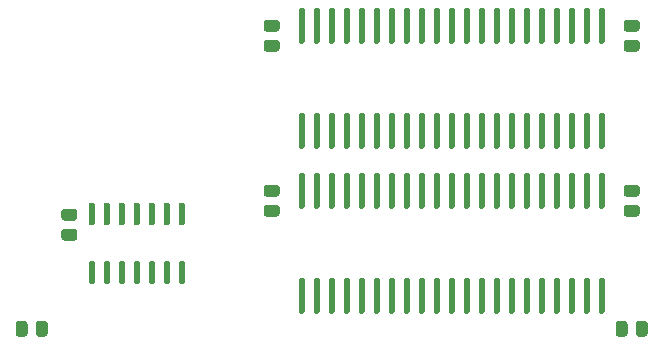
<source format=gtp>
G04 #@! TF.GenerationSoftware,KiCad,Pcbnew,(5.1.10-1-10_14)*
G04 #@! TF.CreationDate,2021-11-16T23:45:20-05:00*
G04 #@! TF.ProjectId,MacClassicRAMCard,4d616343-6c61-4737-9369-6352414d4361,rev?*
G04 #@! TF.SameCoordinates,Original*
G04 #@! TF.FileFunction,Paste,Top*
G04 #@! TF.FilePolarity,Positive*
%FSLAX46Y46*%
G04 Gerber Fmt 4.6, Leading zero omitted, Abs format (unit mm)*
G04 Created by KiCad (PCBNEW (5.1.10-1-10_14)) date 2021-11-16 23:45:20*
%MOMM*%
%LPD*%
G01*
G04 APERTURE LIST*
G04 APERTURE END LIST*
G36*
G01*
X115145000Y-109785000D02*
X115995000Y-109785000D01*
G75*
G02*
X116245000Y-110035000I0J-250000D01*
G01*
X116245000Y-110535000D01*
G75*
G02*
X115995000Y-110785000I-250000J0D01*
G01*
X115145000Y-110785000D01*
G75*
G02*
X114895000Y-110535000I0J250000D01*
G01*
X114895000Y-110035000D01*
G75*
G02*
X115145000Y-109785000I250000J0D01*
G01*
G37*
G36*
G01*
X115145000Y-108085000D02*
X115995000Y-108085000D01*
G75*
G02*
X116245000Y-108335000I0J-250000D01*
G01*
X116245000Y-108835000D01*
G75*
G02*
X115995000Y-109085000I-250000J0D01*
G01*
X115145000Y-109085000D01*
G75*
G02*
X114895000Y-108835000I0J250000D01*
G01*
X114895000Y-108335000D01*
G75*
G02*
X115145000Y-108085000I250000J0D01*
G01*
G37*
G36*
G01*
X146400000Y-120694000D02*
X146400000Y-119844000D01*
G75*
G02*
X146650000Y-119594000I250000J0D01*
G01*
X147150000Y-119594000D01*
G75*
G02*
X147400000Y-119844000I0J-250000D01*
G01*
X147400000Y-120694000D01*
G75*
G02*
X147150000Y-120944000I-250000J0D01*
G01*
X146650000Y-120944000D01*
G75*
G02*
X146400000Y-120694000I0J250000D01*
G01*
G37*
G36*
G01*
X144700000Y-120694000D02*
X144700000Y-119844000D01*
G75*
G02*
X144950000Y-119594000I250000J0D01*
G01*
X145450000Y-119594000D01*
G75*
G02*
X145700000Y-119844000I0J-250000D01*
G01*
X145700000Y-120694000D01*
G75*
G02*
X145450000Y-120944000I-250000J0D01*
G01*
X144950000Y-120944000D01*
G75*
G02*
X144700000Y-120694000I0J250000D01*
G01*
G37*
G36*
G01*
X145625000Y-95815000D02*
X146475000Y-95815000D01*
G75*
G02*
X146725000Y-96065000I0J-250000D01*
G01*
X146725000Y-96565000D01*
G75*
G02*
X146475000Y-96815000I-250000J0D01*
G01*
X145625000Y-96815000D01*
G75*
G02*
X145375000Y-96565000I0J250000D01*
G01*
X145375000Y-96065000D01*
G75*
G02*
X145625000Y-95815000I250000J0D01*
G01*
G37*
G36*
G01*
X145625000Y-94115000D02*
X146475000Y-94115000D01*
G75*
G02*
X146725000Y-94365000I0J-250000D01*
G01*
X146725000Y-94865000D01*
G75*
G02*
X146475000Y-95115000I-250000J0D01*
G01*
X145625000Y-95115000D01*
G75*
G02*
X145375000Y-94865000I0J250000D01*
G01*
X145375000Y-94365000D01*
G75*
G02*
X145625000Y-94115000I250000J0D01*
G01*
G37*
G36*
G01*
X115145000Y-95815000D02*
X115995000Y-95815000D01*
G75*
G02*
X116245000Y-96065000I0J-250000D01*
G01*
X116245000Y-96565000D01*
G75*
G02*
X115995000Y-96815000I-250000J0D01*
G01*
X115145000Y-96815000D01*
G75*
G02*
X114895000Y-96565000I0J250000D01*
G01*
X114895000Y-96065000D01*
G75*
G02*
X115145000Y-95815000I250000J0D01*
G01*
G37*
G36*
G01*
X115145000Y-94115000D02*
X115995000Y-94115000D01*
G75*
G02*
X116245000Y-94365000I0J-250000D01*
G01*
X116245000Y-94865000D01*
G75*
G02*
X115995000Y-95115000I-250000J0D01*
G01*
X115145000Y-95115000D01*
G75*
G02*
X114895000Y-94865000I0J250000D01*
G01*
X114895000Y-94365000D01*
G75*
G02*
X115145000Y-94115000I250000J0D01*
G01*
G37*
G36*
G01*
X145625000Y-108085000D02*
X146475000Y-108085000D01*
G75*
G02*
X146725000Y-108335000I0J-250000D01*
G01*
X146725000Y-108835000D01*
G75*
G02*
X146475000Y-109085000I-250000J0D01*
G01*
X145625000Y-109085000D01*
G75*
G02*
X145375000Y-108835000I0J250000D01*
G01*
X145375000Y-108335000D01*
G75*
G02*
X145625000Y-108085000I250000J0D01*
G01*
G37*
G36*
G01*
X145625000Y-109785000D02*
X146475000Y-109785000D01*
G75*
G02*
X146725000Y-110035000I0J-250000D01*
G01*
X146725000Y-110535000D01*
G75*
G02*
X146475000Y-110785000I-250000J0D01*
G01*
X145625000Y-110785000D01*
G75*
G02*
X145375000Y-110535000I0J250000D01*
G01*
X145375000Y-110035000D01*
G75*
G02*
X145625000Y-109785000I250000J0D01*
G01*
G37*
G36*
G01*
X98000000Y-110117000D02*
X98850000Y-110117000D01*
G75*
G02*
X99100000Y-110367000I0J-250000D01*
G01*
X99100000Y-110867000D01*
G75*
G02*
X98850000Y-111117000I-250000J0D01*
G01*
X98000000Y-111117000D01*
G75*
G02*
X97750000Y-110867000I0J250000D01*
G01*
X97750000Y-110367000D01*
G75*
G02*
X98000000Y-110117000I250000J0D01*
G01*
G37*
G36*
G01*
X98000000Y-111817000D02*
X98850000Y-111817000D01*
G75*
G02*
X99100000Y-112067000I0J-250000D01*
G01*
X99100000Y-112567000D01*
G75*
G02*
X98850000Y-112817000I-250000J0D01*
G01*
X98000000Y-112817000D01*
G75*
G02*
X97750000Y-112567000I0J250000D01*
G01*
X97750000Y-112067000D01*
G75*
G02*
X98000000Y-111817000I250000J0D01*
G01*
G37*
G36*
G01*
X100467500Y-111505000D02*
X100192500Y-111505000D01*
G75*
G02*
X100055000Y-111367500I0J137500D01*
G01*
X100055000Y-109742500D01*
G75*
G02*
X100192500Y-109605000I137500J0D01*
G01*
X100467500Y-109605000D01*
G75*
G02*
X100605000Y-109742500I0J-137500D01*
G01*
X100605000Y-111367500D01*
G75*
G02*
X100467500Y-111505000I-137500J0D01*
G01*
G37*
G36*
G01*
X108087500Y-116455000D02*
X107812500Y-116455000D01*
G75*
G02*
X107675000Y-116317500I0J137500D01*
G01*
X107675000Y-114692500D01*
G75*
G02*
X107812500Y-114555000I137500J0D01*
G01*
X108087500Y-114555000D01*
G75*
G02*
X108225000Y-114692500I0J-137500D01*
G01*
X108225000Y-116317500D01*
G75*
G02*
X108087500Y-116455000I-137500J0D01*
G01*
G37*
G36*
G01*
X103007500Y-111505000D02*
X102732500Y-111505000D01*
G75*
G02*
X102595000Y-111367500I0J137500D01*
G01*
X102595000Y-109742500D01*
G75*
G02*
X102732500Y-109605000I137500J0D01*
G01*
X103007500Y-109605000D01*
G75*
G02*
X103145000Y-109742500I0J-137500D01*
G01*
X103145000Y-111367500D01*
G75*
G02*
X103007500Y-111505000I-137500J0D01*
G01*
G37*
G36*
G01*
X108087500Y-111505000D02*
X107812500Y-111505000D01*
G75*
G02*
X107675000Y-111367500I0J137500D01*
G01*
X107675000Y-109742500D01*
G75*
G02*
X107812500Y-109605000I137500J0D01*
G01*
X108087500Y-109605000D01*
G75*
G02*
X108225000Y-109742500I0J-137500D01*
G01*
X108225000Y-111367500D01*
G75*
G02*
X108087500Y-111505000I-137500J0D01*
G01*
G37*
G36*
G01*
X101737500Y-111505000D02*
X101462500Y-111505000D01*
G75*
G02*
X101325000Y-111367500I0J137500D01*
G01*
X101325000Y-109742500D01*
G75*
G02*
X101462500Y-109605000I137500J0D01*
G01*
X101737500Y-109605000D01*
G75*
G02*
X101875000Y-109742500I0J-137500D01*
G01*
X101875000Y-111367500D01*
G75*
G02*
X101737500Y-111505000I-137500J0D01*
G01*
G37*
G36*
G01*
X106817500Y-116455000D02*
X106542500Y-116455000D01*
G75*
G02*
X106405000Y-116317500I0J137500D01*
G01*
X106405000Y-114692500D01*
G75*
G02*
X106542500Y-114555000I137500J0D01*
G01*
X106817500Y-114555000D01*
G75*
G02*
X106955000Y-114692500I0J-137500D01*
G01*
X106955000Y-116317500D01*
G75*
G02*
X106817500Y-116455000I-137500J0D01*
G01*
G37*
G36*
G01*
X106817500Y-111505000D02*
X106542500Y-111505000D01*
G75*
G02*
X106405000Y-111367500I0J137500D01*
G01*
X106405000Y-109742500D01*
G75*
G02*
X106542500Y-109605000I137500J0D01*
G01*
X106817500Y-109605000D01*
G75*
G02*
X106955000Y-109742500I0J-137500D01*
G01*
X106955000Y-111367500D01*
G75*
G02*
X106817500Y-111505000I-137500J0D01*
G01*
G37*
G36*
G01*
X105547500Y-111505000D02*
X105272500Y-111505000D01*
G75*
G02*
X105135000Y-111367500I0J137500D01*
G01*
X105135000Y-109742500D01*
G75*
G02*
X105272500Y-109605000I137500J0D01*
G01*
X105547500Y-109605000D01*
G75*
G02*
X105685000Y-109742500I0J-137500D01*
G01*
X105685000Y-111367500D01*
G75*
G02*
X105547500Y-111505000I-137500J0D01*
G01*
G37*
G36*
G01*
X104277500Y-111505000D02*
X104002500Y-111505000D01*
G75*
G02*
X103865000Y-111367500I0J137500D01*
G01*
X103865000Y-109742500D01*
G75*
G02*
X104002500Y-109605000I137500J0D01*
G01*
X104277500Y-109605000D01*
G75*
G02*
X104415000Y-109742500I0J-137500D01*
G01*
X104415000Y-111367500D01*
G75*
G02*
X104277500Y-111505000I-137500J0D01*
G01*
G37*
G36*
G01*
X101737500Y-116455000D02*
X101462500Y-116455000D01*
G75*
G02*
X101325000Y-116317500I0J137500D01*
G01*
X101325000Y-114692500D01*
G75*
G02*
X101462500Y-114555000I137500J0D01*
G01*
X101737500Y-114555000D01*
G75*
G02*
X101875000Y-114692500I0J-137500D01*
G01*
X101875000Y-116317500D01*
G75*
G02*
X101737500Y-116455000I-137500J0D01*
G01*
G37*
G36*
G01*
X100467500Y-116455000D02*
X100192500Y-116455000D01*
G75*
G02*
X100055000Y-116317500I0J137500D01*
G01*
X100055000Y-114692500D01*
G75*
G02*
X100192500Y-114555000I137500J0D01*
G01*
X100467500Y-114555000D01*
G75*
G02*
X100605000Y-114692500I0J-137500D01*
G01*
X100605000Y-116317500D01*
G75*
G02*
X100467500Y-116455000I-137500J0D01*
G01*
G37*
G36*
G01*
X104277500Y-116455000D02*
X104002500Y-116455000D01*
G75*
G02*
X103865000Y-116317500I0J137500D01*
G01*
X103865000Y-114692500D01*
G75*
G02*
X104002500Y-114555000I137500J0D01*
G01*
X104277500Y-114555000D01*
G75*
G02*
X104415000Y-114692500I0J-137500D01*
G01*
X104415000Y-116317500D01*
G75*
G02*
X104277500Y-116455000I-137500J0D01*
G01*
G37*
G36*
G01*
X103007500Y-116455000D02*
X102732500Y-116455000D01*
G75*
G02*
X102595000Y-116317500I0J137500D01*
G01*
X102595000Y-114692500D01*
G75*
G02*
X102732500Y-114555000I137500J0D01*
G01*
X103007500Y-114555000D01*
G75*
G02*
X103145000Y-114692500I0J-137500D01*
G01*
X103145000Y-116317500D01*
G75*
G02*
X103007500Y-116455000I-137500J0D01*
G01*
G37*
G36*
G01*
X105547500Y-116455000D02*
X105272500Y-116455000D01*
G75*
G02*
X105135000Y-116317500I0J137500D01*
G01*
X105135000Y-114692500D01*
G75*
G02*
X105272500Y-114555000I137500J0D01*
G01*
X105547500Y-114555000D01*
G75*
G02*
X105685000Y-114692500I0J-137500D01*
G01*
X105685000Y-116317500D01*
G75*
G02*
X105547500Y-116455000I-137500J0D01*
G01*
G37*
G36*
G01*
X96600000Y-119844000D02*
X96600000Y-120694000D01*
G75*
G02*
X96350000Y-120944000I-250000J0D01*
G01*
X95850000Y-120944000D01*
G75*
G02*
X95600000Y-120694000I0J250000D01*
G01*
X95600000Y-119844000D01*
G75*
G02*
X95850000Y-119594000I250000J0D01*
G01*
X96350000Y-119594000D01*
G75*
G02*
X96600000Y-119844000I0J-250000D01*
G01*
G37*
G36*
G01*
X94900000Y-119844000D02*
X94900000Y-120694000D01*
G75*
G02*
X94650000Y-120944000I-250000J0D01*
G01*
X94150000Y-120944000D01*
G75*
G02*
X93900000Y-120694000I0J250000D01*
G01*
X93900000Y-119844000D01*
G75*
G02*
X94150000Y-119594000I250000J0D01*
G01*
X94650000Y-119594000D01*
G75*
G02*
X94900000Y-119844000I0J-250000D01*
G01*
G37*
G36*
G01*
X125592500Y-102006000D02*
X125867500Y-102006000D01*
G75*
G02*
X126005000Y-102143500I0J-137500D01*
G01*
X126005000Y-104866500D01*
G75*
G02*
X125867500Y-105004000I-137500J0D01*
G01*
X125592500Y-105004000D01*
G75*
G02*
X125455000Y-104866500I0J137500D01*
G01*
X125455000Y-102143500D01*
G75*
G02*
X125592500Y-102006000I137500J0D01*
G01*
G37*
G36*
G01*
X124322500Y-102006000D02*
X124597500Y-102006000D01*
G75*
G02*
X124735000Y-102143500I0J-137500D01*
G01*
X124735000Y-104866500D01*
G75*
G02*
X124597500Y-105004000I-137500J0D01*
G01*
X124322500Y-105004000D01*
G75*
G02*
X124185000Y-104866500I0J137500D01*
G01*
X124185000Y-102143500D01*
G75*
G02*
X124322500Y-102006000I137500J0D01*
G01*
G37*
G36*
G01*
X126862500Y-93116000D02*
X127137500Y-93116000D01*
G75*
G02*
X127275000Y-93253500I0J-137500D01*
G01*
X127275000Y-95976500D01*
G75*
G02*
X127137500Y-96114000I-137500J0D01*
G01*
X126862500Y-96114000D01*
G75*
G02*
X126725000Y-95976500I0J137500D01*
G01*
X126725000Y-93253500D01*
G75*
G02*
X126862500Y-93116000I137500J0D01*
G01*
G37*
G36*
G01*
X134482500Y-93116000D02*
X134757500Y-93116000D01*
G75*
G02*
X134895000Y-93253500I0J-137500D01*
G01*
X134895000Y-95976500D01*
G75*
G02*
X134757500Y-96114000I-137500J0D01*
G01*
X134482500Y-96114000D01*
G75*
G02*
X134345000Y-95976500I0J137500D01*
G01*
X134345000Y-93253500D01*
G75*
G02*
X134482500Y-93116000I137500J0D01*
G01*
G37*
G36*
G01*
X137022500Y-93116000D02*
X137297500Y-93116000D01*
G75*
G02*
X137435000Y-93253500I0J-137500D01*
G01*
X137435000Y-95976500D01*
G75*
G02*
X137297500Y-96114000I-137500J0D01*
G01*
X137022500Y-96114000D01*
G75*
G02*
X136885000Y-95976500I0J137500D01*
G01*
X136885000Y-93253500D01*
G75*
G02*
X137022500Y-93116000I137500J0D01*
G01*
G37*
G36*
G01*
X143372500Y-93116000D02*
X143647500Y-93116000D01*
G75*
G02*
X143785000Y-93253500I0J-137500D01*
G01*
X143785000Y-95976500D01*
G75*
G02*
X143647500Y-96114000I-137500J0D01*
G01*
X143372500Y-96114000D01*
G75*
G02*
X143235000Y-95976500I0J137500D01*
G01*
X143235000Y-93253500D01*
G75*
G02*
X143372500Y-93116000I137500J0D01*
G01*
G37*
G36*
G01*
X142102500Y-93116000D02*
X142377500Y-93116000D01*
G75*
G02*
X142515000Y-93253500I0J-137500D01*
G01*
X142515000Y-95976500D01*
G75*
G02*
X142377500Y-96114000I-137500J0D01*
G01*
X142102500Y-96114000D01*
G75*
G02*
X141965000Y-95976500I0J137500D01*
G01*
X141965000Y-93253500D01*
G75*
G02*
X142102500Y-93116000I137500J0D01*
G01*
G37*
G36*
G01*
X140832500Y-93116000D02*
X141107500Y-93116000D01*
G75*
G02*
X141245000Y-93253500I0J-137500D01*
G01*
X141245000Y-95976500D01*
G75*
G02*
X141107500Y-96114000I-137500J0D01*
G01*
X140832500Y-96114000D01*
G75*
G02*
X140695000Y-95976500I0J137500D01*
G01*
X140695000Y-93253500D01*
G75*
G02*
X140832500Y-93116000I137500J0D01*
G01*
G37*
G36*
G01*
X139562500Y-93116000D02*
X139837500Y-93116000D01*
G75*
G02*
X139975000Y-93253500I0J-137500D01*
G01*
X139975000Y-95976500D01*
G75*
G02*
X139837500Y-96114000I-137500J0D01*
G01*
X139562500Y-96114000D01*
G75*
G02*
X139425000Y-95976500I0J137500D01*
G01*
X139425000Y-93253500D01*
G75*
G02*
X139562500Y-93116000I137500J0D01*
G01*
G37*
G36*
G01*
X138292500Y-93116000D02*
X138567500Y-93116000D01*
G75*
G02*
X138705000Y-93253500I0J-137500D01*
G01*
X138705000Y-95976500D01*
G75*
G02*
X138567500Y-96114000I-137500J0D01*
G01*
X138292500Y-96114000D01*
G75*
G02*
X138155000Y-95976500I0J137500D01*
G01*
X138155000Y-93253500D01*
G75*
G02*
X138292500Y-93116000I137500J0D01*
G01*
G37*
G36*
G01*
X133212500Y-93116000D02*
X133487500Y-93116000D01*
G75*
G02*
X133625000Y-93253500I0J-137500D01*
G01*
X133625000Y-95976500D01*
G75*
G02*
X133487500Y-96114000I-137500J0D01*
G01*
X133212500Y-96114000D01*
G75*
G02*
X133075000Y-95976500I0J137500D01*
G01*
X133075000Y-93253500D01*
G75*
G02*
X133212500Y-93116000I137500J0D01*
G01*
G37*
G36*
G01*
X131942500Y-93116000D02*
X132217500Y-93116000D01*
G75*
G02*
X132355000Y-93253500I0J-137500D01*
G01*
X132355000Y-95976500D01*
G75*
G02*
X132217500Y-96114000I-137500J0D01*
G01*
X131942500Y-96114000D01*
G75*
G02*
X131805000Y-95976500I0J137500D01*
G01*
X131805000Y-93253500D01*
G75*
G02*
X131942500Y-93116000I137500J0D01*
G01*
G37*
G36*
G01*
X130672500Y-93116000D02*
X130947500Y-93116000D01*
G75*
G02*
X131085000Y-93253500I0J-137500D01*
G01*
X131085000Y-95976500D01*
G75*
G02*
X130947500Y-96114000I-137500J0D01*
G01*
X130672500Y-96114000D01*
G75*
G02*
X130535000Y-95976500I0J137500D01*
G01*
X130535000Y-93253500D01*
G75*
G02*
X130672500Y-93116000I137500J0D01*
G01*
G37*
G36*
G01*
X129402500Y-93116000D02*
X129677500Y-93116000D01*
G75*
G02*
X129815000Y-93253500I0J-137500D01*
G01*
X129815000Y-95976500D01*
G75*
G02*
X129677500Y-96114000I-137500J0D01*
G01*
X129402500Y-96114000D01*
G75*
G02*
X129265000Y-95976500I0J137500D01*
G01*
X129265000Y-93253500D01*
G75*
G02*
X129402500Y-93116000I137500J0D01*
G01*
G37*
G36*
G01*
X128132500Y-93116000D02*
X128407500Y-93116000D01*
G75*
G02*
X128545000Y-93253500I0J-137500D01*
G01*
X128545000Y-95976500D01*
G75*
G02*
X128407500Y-96114000I-137500J0D01*
G01*
X128132500Y-96114000D01*
G75*
G02*
X127995000Y-95976500I0J137500D01*
G01*
X127995000Y-93253500D01*
G75*
G02*
X128132500Y-93116000I137500J0D01*
G01*
G37*
G36*
G01*
X117972500Y-102006000D02*
X118247500Y-102006000D01*
G75*
G02*
X118385000Y-102143500I0J-137500D01*
G01*
X118385000Y-104866500D01*
G75*
G02*
X118247500Y-105004000I-137500J0D01*
G01*
X117972500Y-105004000D01*
G75*
G02*
X117835000Y-104866500I0J137500D01*
G01*
X117835000Y-102143500D01*
G75*
G02*
X117972500Y-102006000I137500J0D01*
G01*
G37*
G36*
G01*
X119242500Y-102006000D02*
X119517500Y-102006000D01*
G75*
G02*
X119655000Y-102143500I0J-137500D01*
G01*
X119655000Y-104866500D01*
G75*
G02*
X119517500Y-105004000I-137500J0D01*
G01*
X119242500Y-105004000D01*
G75*
G02*
X119105000Y-104866500I0J137500D01*
G01*
X119105000Y-102143500D01*
G75*
G02*
X119242500Y-102006000I137500J0D01*
G01*
G37*
G36*
G01*
X120512500Y-102006000D02*
X120787500Y-102006000D01*
G75*
G02*
X120925000Y-102143500I0J-137500D01*
G01*
X120925000Y-104866500D01*
G75*
G02*
X120787500Y-105004000I-137500J0D01*
G01*
X120512500Y-105004000D01*
G75*
G02*
X120375000Y-104866500I0J137500D01*
G01*
X120375000Y-102143500D01*
G75*
G02*
X120512500Y-102006000I137500J0D01*
G01*
G37*
G36*
G01*
X121782500Y-102006000D02*
X122057500Y-102006000D01*
G75*
G02*
X122195000Y-102143500I0J-137500D01*
G01*
X122195000Y-104866500D01*
G75*
G02*
X122057500Y-105004000I-137500J0D01*
G01*
X121782500Y-105004000D01*
G75*
G02*
X121645000Y-104866500I0J137500D01*
G01*
X121645000Y-102143500D01*
G75*
G02*
X121782500Y-102006000I137500J0D01*
G01*
G37*
G36*
G01*
X123052500Y-102006000D02*
X123327500Y-102006000D01*
G75*
G02*
X123465000Y-102143500I0J-137500D01*
G01*
X123465000Y-104866500D01*
G75*
G02*
X123327500Y-105004000I-137500J0D01*
G01*
X123052500Y-105004000D01*
G75*
G02*
X122915000Y-104866500I0J137500D01*
G01*
X122915000Y-102143500D01*
G75*
G02*
X123052500Y-102006000I137500J0D01*
G01*
G37*
G36*
G01*
X135752500Y-93116000D02*
X136027500Y-93116000D01*
G75*
G02*
X136165000Y-93253500I0J-137500D01*
G01*
X136165000Y-95976500D01*
G75*
G02*
X136027500Y-96114000I-137500J0D01*
G01*
X135752500Y-96114000D01*
G75*
G02*
X135615000Y-95976500I0J137500D01*
G01*
X135615000Y-93253500D01*
G75*
G02*
X135752500Y-93116000I137500J0D01*
G01*
G37*
G36*
G01*
X125592500Y-93116000D02*
X125867500Y-93116000D01*
G75*
G02*
X126005000Y-93253500I0J-137500D01*
G01*
X126005000Y-95976500D01*
G75*
G02*
X125867500Y-96114000I-137500J0D01*
G01*
X125592500Y-96114000D01*
G75*
G02*
X125455000Y-95976500I0J137500D01*
G01*
X125455000Y-93253500D01*
G75*
G02*
X125592500Y-93116000I137500J0D01*
G01*
G37*
G36*
G01*
X124322500Y-93116000D02*
X124597500Y-93116000D01*
G75*
G02*
X124735000Y-93253500I0J-137500D01*
G01*
X124735000Y-95976500D01*
G75*
G02*
X124597500Y-96114000I-137500J0D01*
G01*
X124322500Y-96114000D01*
G75*
G02*
X124185000Y-95976500I0J137500D01*
G01*
X124185000Y-93253500D01*
G75*
G02*
X124322500Y-93116000I137500J0D01*
G01*
G37*
G36*
G01*
X123052500Y-93116000D02*
X123327500Y-93116000D01*
G75*
G02*
X123465000Y-93253500I0J-137500D01*
G01*
X123465000Y-95976500D01*
G75*
G02*
X123327500Y-96114000I-137500J0D01*
G01*
X123052500Y-96114000D01*
G75*
G02*
X122915000Y-95976500I0J137500D01*
G01*
X122915000Y-93253500D01*
G75*
G02*
X123052500Y-93116000I137500J0D01*
G01*
G37*
G36*
G01*
X121782500Y-93116000D02*
X122057500Y-93116000D01*
G75*
G02*
X122195000Y-93253500I0J-137500D01*
G01*
X122195000Y-95976500D01*
G75*
G02*
X122057500Y-96114000I-137500J0D01*
G01*
X121782500Y-96114000D01*
G75*
G02*
X121645000Y-95976500I0J137500D01*
G01*
X121645000Y-93253500D01*
G75*
G02*
X121782500Y-93116000I137500J0D01*
G01*
G37*
G36*
G01*
X120512500Y-93116000D02*
X120787500Y-93116000D01*
G75*
G02*
X120925000Y-93253500I0J-137500D01*
G01*
X120925000Y-95976500D01*
G75*
G02*
X120787500Y-96114000I-137500J0D01*
G01*
X120512500Y-96114000D01*
G75*
G02*
X120375000Y-95976500I0J137500D01*
G01*
X120375000Y-93253500D01*
G75*
G02*
X120512500Y-93116000I137500J0D01*
G01*
G37*
G36*
G01*
X135752500Y-102006000D02*
X136027500Y-102006000D01*
G75*
G02*
X136165000Y-102143500I0J-137500D01*
G01*
X136165000Y-104866500D01*
G75*
G02*
X136027500Y-105004000I-137500J0D01*
G01*
X135752500Y-105004000D01*
G75*
G02*
X135615000Y-104866500I0J137500D01*
G01*
X135615000Y-102143500D01*
G75*
G02*
X135752500Y-102006000I137500J0D01*
G01*
G37*
G36*
G01*
X134482500Y-102006000D02*
X134757500Y-102006000D01*
G75*
G02*
X134895000Y-102143500I0J-137500D01*
G01*
X134895000Y-104866500D01*
G75*
G02*
X134757500Y-105004000I-137500J0D01*
G01*
X134482500Y-105004000D01*
G75*
G02*
X134345000Y-104866500I0J137500D01*
G01*
X134345000Y-102143500D01*
G75*
G02*
X134482500Y-102006000I137500J0D01*
G01*
G37*
G36*
G01*
X126862500Y-102006000D02*
X127137500Y-102006000D01*
G75*
G02*
X127275000Y-102143500I0J-137500D01*
G01*
X127275000Y-104866500D01*
G75*
G02*
X127137500Y-105004000I-137500J0D01*
G01*
X126862500Y-105004000D01*
G75*
G02*
X126725000Y-104866500I0J137500D01*
G01*
X126725000Y-102143500D01*
G75*
G02*
X126862500Y-102006000I137500J0D01*
G01*
G37*
G36*
G01*
X128132500Y-102006000D02*
X128407500Y-102006000D01*
G75*
G02*
X128545000Y-102143500I0J-137500D01*
G01*
X128545000Y-104866500D01*
G75*
G02*
X128407500Y-105004000I-137500J0D01*
G01*
X128132500Y-105004000D01*
G75*
G02*
X127995000Y-104866500I0J137500D01*
G01*
X127995000Y-102143500D01*
G75*
G02*
X128132500Y-102006000I137500J0D01*
G01*
G37*
G36*
G01*
X129402500Y-102006000D02*
X129677500Y-102006000D01*
G75*
G02*
X129815000Y-102143500I0J-137500D01*
G01*
X129815000Y-104866500D01*
G75*
G02*
X129677500Y-105004000I-137500J0D01*
G01*
X129402500Y-105004000D01*
G75*
G02*
X129265000Y-104866500I0J137500D01*
G01*
X129265000Y-102143500D01*
G75*
G02*
X129402500Y-102006000I137500J0D01*
G01*
G37*
G36*
G01*
X130672500Y-102006000D02*
X130947500Y-102006000D01*
G75*
G02*
X131085000Y-102143500I0J-137500D01*
G01*
X131085000Y-104866500D01*
G75*
G02*
X130947500Y-105004000I-137500J0D01*
G01*
X130672500Y-105004000D01*
G75*
G02*
X130535000Y-104866500I0J137500D01*
G01*
X130535000Y-102143500D01*
G75*
G02*
X130672500Y-102006000I137500J0D01*
G01*
G37*
G36*
G01*
X131942500Y-102006000D02*
X132217500Y-102006000D01*
G75*
G02*
X132355000Y-102143500I0J-137500D01*
G01*
X132355000Y-104866500D01*
G75*
G02*
X132217500Y-105004000I-137500J0D01*
G01*
X131942500Y-105004000D01*
G75*
G02*
X131805000Y-104866500I0J137500D01*
G01*
X131805000Y-102143500D01*
G75*
G02*
X131942500Y-102006000I137500J0D01*
G01*
G37*
G36*
G01*
X133212500Y-102006000D02*
X133487500Y-102006000D01*
G75*
G02*
X133625000Y-102143500I0J-137500D01*
G01*
X133625000Y-104866500D01*
G75*
G02*
X133487500Y-105004000I-137500J0D01*
G01*
X133212500Y-105004000D01*
G75*
G02*
X133075000Y-104866500I0J137500D01*
G01*
X133075000Y-102143500D01*
G75*
G02*
X133212500Y-102006000I137500J0D01*
G01*
G37*
G36*
G01*
X137022500Y-102006000D02*
X137297500Y-102006000D01*
G75*
G02*
X137435000Y-102143500I0J-137500D01*
G01*
X137435000Y-104866500D01*
G75*
G02*
X137297500Y-105004000I-137500J0D01*
G01*
X137022500Y-105004000D01*
G75*
G02*
X136885000Y-104866500I0J137500D01*
G01*
X136885000Y-102143500D01*
G75*
G02*
X137022500Y-102006000I137500J0D01*
G01*
G37*
G36*
G01*
X138292500Y-102006000D02*
X138567500Y-102006000D01*
G75*
G02*
X138705000Y-102143500I0J-137500D01*
G01*
X138705000Y-104866500D01*
G75*
G02*
X138567500Y-105004000I-137500J0D01*
G01*
X138292500Y-105004000D01*
G75*
G02*
X138155000Y-104866500I0J137500D01*
G01*
X138155000Y-102143500D01*
G75*
G02*
X138292500Y-102006000I137500J0D01*
G01*
G37*
G36*
G01*
X140832500Y-102006000D02*
X141107500Y-102006000D01*
G75*
G02*
X141245000Y-102143500I0J-137500D01*
G01*
X141245000Y-104866500D01*
G75*
G02*
X141107500Y-105004000I-137500J0D01*
G01*
X140832500Y-105004000D01*
G75*
G02*
X140695000Y-104866500I0J137500D01*
G01*
X140695000Y-102143500D01*
G75*
G02*
X140832500Y-102006000I137500J0D01*
G01*
G37*
G36*
G01*
X139562500Y-102006000D02*
X139837500Y-102006000D01*
G75*
G02*
X139975000Y-102143500I0J-137500D01*
G01*
X139975000Y-104866500D01*
G75*
G02*
X139837500Y-105004000I-137500J0D01*
G01*
X139562500Y-105004000D01*
G75*
G02*
X139425000Y-104866500I0J137500D01*
G01*
X139425000Y-102143500D01*
G75*
G02*
X139562500Y-102006000I137500J0D01*
G01*
G37*
G36*
G01*
X117972500Y-93116000D02*
X118247500Y-93116000D01*
G75*
G02*
X118385000Y-93253500I0J-137500D01*
G01*
X118385000Y-95976500D01*
G75*
G02*
X118247500Y-96114000I-137500J0D01*
G01*
X117972500Y-96114000D01*
G75*
G02*
X117835000Y-95976500I0J137500D01*
G01*
X117835000Y-93253500D01*
G75*
G02*
X117972500Y-93116000I137500J0D01*
G01*
G37*
G36*
G01*
X119242500Y-93116000D02*
X119517500Y-93116000D01*
G75*
G02*
X119655000Y-93253500I0J-137500D01*
G01*
X119655000Y-95976500D01*
G75*
G02*
X119517500Y-96114000I-137500J0D01*
G01*
X119242500Y-96114000D01*
G75*
G02*
X119105000Y-95976500I0J137500D01*
G01*
X119105000Y-93253500D01*
G75*
G02*
X119242500Y-93116000I137500J0D01*
G01*
G37*
G36*
G01*
X143372500Y-102006000D02*
X143647500Y-102006000D01*
G75*
G02*
X143785000Y-102143500I0J-137500D01*
G01*
X143785000Y-104866500D01*
G75*
G02*
X143647500Y-105004000I-137500J0D01*
G01*
X143372500Y-105004000D01*
G75*
G02*
X143235000Y-104866500I0J137500D01*
G01*
X143235000Y-102143500D01*
G75*
G02*
X143372500Y-102006000I137500J0D01*
G01*
G37*
G36*
G01*
X142102500Y-102006000D02*
X142377500Y-102006000D01*
G75*
G02*
X142515000Y-102143500I0J-137500D01*
G01*
X142515000Y-104866500D01*
G75*
G02*
X142377500Y-105004000I-137500J0D01*
G01*
X142102500Y-105004000D01*
G75*
G02*
X141965000Y-104866500I0J137500D01*
G01*
X141965000Y-102143500D01*
G75*
G02*
X142102500Y-102006000I137500J0D01*
G01*
G37*
G36*
G01*
X142102500Y-115976000D02*
X142377500Y-115976000D01*
G75*
G02*
X142515000Y-116113500I0J-137500D01*
G01*
X142515000Y-118836500D01*
G75*
G02*
X142377500Y-118974000I-137500J0D01*
G01*
X142102500Y-118974000D01*
G75*
G02*
X141965000Y-118836500I0J137500D01*
G01*
X141965000Y-116113500D01*
G75*
G02*
X142102500Y-115976000I137500J0D01*
G01*
G37*
G36*
G01*
X143372500Y-115976000D02*
X143647500Y-115976000D01*
G75*
G02*
X143785000Y-116113500I0J-137500D01*
G01*
X143785000Y-118836500D01*
G75*
G02*
X143647500Y-118974000I-137500J0D01*
G01*
X143372500Y-118974000D01*
G75*
G02*
X143235000Y-118836500I0J137500D01*
G01*
X143235000Y-116113500D01*
G75*
G02*
X143372500Y-115976000I137500J0D01*
G01*
G37*
G36*
G01*
X119242500Y-107086000D02*
X119517500Y-107086000D01*
G75*
G02*
X119655000Y-107223500I0J-137500D01*
G01*
X119655000Y-109946500D01*
G75*
G02*
X119517500Y-110084000I-137500J0D01*
G01*
X119242500Y-110084000D01*
G75*
G02*
X119105000Y-109946500I0J137500D01*
G01*
X119105000Y-107223500D01*
G75*
G02*
X119242500Y-107086000I137500J0D01*
G01*
G37*
G36*
G01*
X117972500Y-107086000D02*
X118247500Y-107086000D01*
G75*
G02*
X118385000Y-107223500I0J-137500D01*
G01*
X118385000Y-109946500D01*
G75*
G02*
X118247500Y-110084000I-137500J0D01*
G01*
X117972500Y-110084000D01*
G75*
G02*
X117835000Y-109946500I0J137500D01*
G01*
X117835000Y-107223500D01*
G75*
G02*
X117972500Y-107086000I137500J0D01*
G01*
G37*
G36*
G01*
X139562500Y-115976000D02*
X139837500Y-115976000D01*
G75*
G02*
X139975000Y-116113500I0J-137500D01*
G01*
X139975000Y-118836500D01*
G75*
G02*
X139837500Y-118974000I-137500J0D01*
G01*
X139562500Y-118974000D01*
G75*
G02*
X139425000Y-118836500I0J137500D01*
G01*
X139425000Y-116113500D01*
G75*
G02*
X139562500Y-115976000I137500J0D01*
G01*
G37*
G36*
G01*
X140832500Y-115976000D02*
X141107500Y-115976000D01*
G75*
G02*
X141245000Y-116113500I0J-137500D01*
G01*
X141245000Y-118836500D01*
G75*
G02*
X141107500Y-118974000I-137500J0D01*
G01*
X140832500Y-118974000D01*
G75*
G02*
X140695000Y-118836500I0J137500D01*
G01*
X140695000Y-116113500D01*
G75*
G02*
X140832500Y-115976000I137500J0D01*
G01*
G37*
G36*
G01*
X138292500Y-115976000D02*
X138567500Y-115976000D01*
G75*
G02*
X138705000Y-116113500I0J-137500D01*
G01*
X138705000Y-118836500D01*
G75*
G02*
X138567500Y-118974000I-137500J0D01*
G01*
X138292500Y-118974000D01*
G75*
G02*
X138155000Y-118836500I0J137500D01*
G01*
X138155000Y-116113500D01*
G75*
G02*
X138292500Y-115976000I137500J0D01*
G01*
G37*
G36*
G01*
X137022500Y-115976000D02*
X137297500Y-115976000D01*
G75*
G02*
X137435000Y-116113500I0J-137500D01*
G01*
X137435000Y-118836500D01*
G75*
G02*
X137297500Y-118974000I-137500J0D01*
G01*
X137022500Y-118974000D01*
G75*
G02*
X136885000Y-118836500I0J137500D01*
G01*
X136885000Y-116113500D01*
G75*
G02*
X137022500Y-115976000I137500J0D01*
G01*
G37*
G36*
G01*
X133212500Y-115976000D02*
X133487500Y-115976000D01*
G75*
G02*
X133625000Y-116113500I0J-137500D01*
G01*
X133625000Y-118836500D01*
G75*
G02*
X133487500Y-118974000I-137500J0D01*
G01*
X133212500Y-118974000D01*
G75*
G02*
X133075000Y-118836500I0J137500D01*
G01*
X133075000Y-116113500D01*
G75*
G02*
X133212500Y-115976000I137500J0D01*
G01*
G37*
G36*
G01*
X131942500Y-115976000D02*
X132217500Y-115976000D01*
G75*
G02*
X132355000Y-116113500I0J-137500D01*
G01*
X132355000Y-118836500D01*
G75*
G02*
X132217500Y-118974000I-137500J0D01*
G01*
X131942500Y-118974000D01*
G75*
G02*
X131805000Y-118836500I0J137500D01*
G01*
X131805000Y-116113500D01*
G75*
G02*
X131942500Y-115976000I137500J0D01*
G01*
G37*
G36*
G01*
X130672500Y-115976000D02*
X130947500Y-115976000D01*
G75*
G02*
X131085000Y-116113500I0J-137500D01*
G01*
X131085000Y-118836500D01*
G75*
G02*
X130947500Y-118974000I-137500J0D01*
G01*
X130672500Y-118974000D01*
G75*
G02*
X130535000Y-118836500I0J137500D01*
G01*
X130535000Y-116113500D01*
G75*
G02*
X130672500Y-115976000I137500J0D01*
G01*
G37*
G36*
G01*
X129402500Y-115976000D02*
X129677500Y-115976000D01*
G75*
G02*
X129815000Y-116113500I0J-137500D01*
G01*
X129815000Y-118836500D01*
G75*
G02*
X129677500Y-118974000I-137500J0D01*
G01*
X129402500Y-118974000D01*
G75*
G02*
X129265000Y-118836500I0J137500D01*
G01*
X129265000Y-116113500D01*
G75*
G02*
X129402500Y-115976000I137500J0D01*
G01*
G37*
G36*
G01*
X128132500Y-115976000D02*
X128407500Y-115976000D01*
G75*
G02*
X128545000Y-116113500I0J-137500D01*
G01*
X128545000Y-118836500D01*
G75*
G02*
X128407500Y-118974000I-137500J0D01*
G01*
X128132500Y-118974000D01*
G75*
G02*
X127995000Y-118836500I0J137500D01*
G01*
X127995000Y-116113500D01*
G75*
G02*
X128132500Y-115976000I137500J0D01*
G01*
G37*
G36*
G01*
X126862500Y-115976000D02*
X127137500Y-115976000D01*
G75*
G02*
X127275000Y-116113500I0J-137500D01*
G01*
X127275000Y-118836500D01*
G75*
G02*
X127137500Y-118974000I-137500J0D01*
G01*
X126862500Y-118974000D01*
G75*
G02*
X126725000Y-118836500I0J137500D01*
G01*
X126725000Y-116113500D01*
G75*
G02*
X126862500Y-115976000I137500J0D01*
G01*
G37*
G36*
G01*
X134482500Y-115976000D02*
X134757500Y-115976000D01*
G75*
G02*
X134895000Y-116113500I0J-137500D01*
G01*
X134895000Y-118836500D01*
G75*
G02*
X134757500Y-118974000I-137500J0D01*
G01*
X134482500Y-118974000D01*
G75*
G02*
X134345000Y-118836500I0J137500D01*
G01*
X134345000Y-116113500D01*
G75*
G02*
X134482500Y-115976000I137500J0D01*
G01*
G37*
G36*
G01*
X135752500Y-115976000D02*
X136027500Y-115976000D01*
G75*
G02*
X136165000Y-116113500I0J-137500D01*
G01*
X136165000Y-118836500D01*
G75*
G02*
X136027500Y-118974000I-137500J0D01*
G01*
X135752500Y-118974000D01*
G75*
G02*
X135615000Y-118836500I0J137500D01*
G01*
X135615000Y-116113500D01*
G75*
G02*
X135752500Y-115976000I137500J0D01*
G01*
G37*
G36*
G01*
X120512500Y-107086000D02*
X120787500Y-107086000D01*
G75*
G02*
X120925000Y-107223500I0J-137500D01*
G01*
X120925000Y-109946500D01*
G75*
G02*
X120787500Y-110084000I-137500J0D01*
G01*
X120512500Y-110084000D01*
G75*
G02*
X120375000Y-109946500I0J137500D01*
G01*
X120375000Y-107223500D01*
G75*
G02*
X120512500Y-107086000I137500J0D01*
G01*
G37*
G36*
G01*
X121782500Y-107086000D02*
X122057500Y-107086000D01*
G75*
G02*
X122195000Y-107223500I0J-137500D01*
G01*
X122195000Y-109946500D01*
G75*
G02*
X122057500Y-110084000I-137500J0D01*
G01*
X121782500Y-110084000D01*
G75*
G02*
X121645000Y-109946500I0J137500D01*
G01*
X121645000Y-107223500D01*
G75*
G02*
X121782500Y-107086000I137500J0D01*
G01*
G37*
G36*
G01*
X123052500Y-107086000D02*
X123327500Y-107086000D01*
G75*
G02*
X123465000Y-107223500I0J-137500D01*
G01*
X123465000Y-109946500D01*
G75*
G02*
X123327500Y-110084000I-137500J0D01*
G01*
X123052500Y-110084000D01*
G75*
G02*
X122915000Y-109946500I0J137500D01*
G01*
X122915000Y-107223500D01*
G75*
G02*
X123052500Y-107086000I137500J0D01*
G01*
G37*
G36*
G01*
X124322500Y-107086000D02*
X124597500Y-107086000D01*
G75*
G02*
X124735000Y-107223500I0J-137500D01*
G01*
X124735000Y-109946500D01*
G75*
G02*
X124597500Y-110084000I-137500J0D01*
G01*
X124322500Y-110084000D01*
G75*
G02*
X124185000Y-109946500I0J137500D01*
G01*
X124185000Y-107223500D01*
G75*
G02*
X124322500Y-107086000I137500J0D01*
G01*
G37*
G36*
G01*
X125592500Y-107086000D02*
X125867500Y-107086000D01*
G75*
G02*
X126005000Y-107223500I0J-137500D01*
G01*
X126005000Y-109946500D01*
G75*
G02*
X125867500Y-110084000I-137500J0D01*
G01*
X125592500Y-110084000D01*
G75*
G02*
X125455000Y-109946500I0J137500D01*
G01*
X125455000Y-107223500D01*
G75*
G02*
X125592500Y-107086000I137500J0D01*
G01*
G37*
G36*
G01*
X135752500Y-107086000D02*
X136027500Y-107086000D01*
G75*
G02*
X136165000Y-107223500I0J-137500D01*
G01*
X136165000Y-109946500D01*
G75*
G02*
X136027500Y-110084000I-137500J0D01*
G01*
X135752500Y-110084000D01*
G75*
G02*
X135615000Y-109946500I0J137500D01*
G01*
X135615000Y-107223500D01*
G75*
G02*
X135752500Y-107086000I137500J0D01*
G01*
G37*
G36*
G01*
X123052500Y-115976000D02*
X123327500Y-115976000D01*
G75*
G02*
X123465000Y-116113500I0J-137500D01*
G01*
X123465000Y-118836500D01*
G75*
G02*
X123327500Y-118974000I-137500J0D01*
G01*
X123052500Y-118974000D01*
G75*
G02*
X122915000Y-118836500I0J137500D01*
G01*
X122915000Y-116113500D01*
G75*
G02*
X123052500Y-115976000I137500J0D01*
G01*
G37*
G36*
G01*
X121782500Y-115976000D02*
X122057500Y-115976000D01*
G75*
G02*
X122195000Y-116113500I0J-137500D01*
G01*
X122195000Y-118836500D01*
G75*
G02*
X122057500Y-118974000I-137500J0D01*
G01*
X121782500Y-118974000D01*
G75*
G02*
X121645000Y-118836500I0J137500D01*
G01*
X121645000Y-116113500D01*
G75*
G02*
X121782500Y-115976000I137500J0D01*
G01*
G37*
G36*
G01*
X120512500Y-115976000D02*
X120787500Y-115976000D01*
G75*
G02*
X120925000Y-116113500I0J-137500D01*
G01*
X120925000Y-118836500D01*
G75*
G02*
X120787500Y-118974000I-137500J0D01*
G01*
X120512500Y-118974000D01*
G75*
G02*
X120375000Y-118836500I0J137500D01*
G01*
X120375000Y-116113500D01*
G75*
G02*
X120512500Y-115976000I137500J0D01*
G01*
G37*
G36*
G01*
X119242500Y-115976000D02*
X119517500Y-115976000D01*
G75*
G02*
X119655000Y-116113500I0J-137500D01*
G01*
X119655000Y-118836500D01*
G75*
G02*
X119517500Y-118974000I-137500J0D01*
G01*
X119242500Y-118974000D01*
G75*
G02*
X119105000Y-118836500I0J137500D01*
G01*
X119105000Y-116113500D01*
G75*
G02*
X119242500Y-115976000I137500J0D01*
G01*
G37*
G36*
G01*
X117972500Y-115976000D02*
X118247500Y-115976000D01*
G75*
G02*
X118385000Y-116113500I0J-137500D01*
G01*
X118385000Y-118836500D01*
G75*
G02*
X118247500Y-118974000I-137500J0D01*
G01*
X117972500Y-118974000D01*
G75*
G02*
X117835000Y-118836500I0J137500D01*
G01*
X117835000Y-116113500D01*
G75*
G02*
X117972500Y-115976000I137500J0D01*
G01*
G37*
G36*
G01*
X128132500Y-107086000D02*
X128407500Y-107086000D01*
G75*
G02*
X128545000Y-107223500I0J-137500D01*
G01*
X128545000Y-109946500D01*
G75*
G02*
X128407500Y-110084000I-137500J0D01*
G01*
X128132500Y-110084000D01*
G75*
G02*
X127995000Y-109946500I0J137500D01*
G01*
X127995000Y-107223500D01*
G75*
G02*
X128132500Y-107086000I137500J0D01*
G01*
G37*
G36*
G01*
X129402500Y-107086000D02*
X129677500Y-107086000D01*
G75*
G02*
X129815000Y-107223500I0J-137500D01*
G01*
X129815000Y-109946500D01*
G75*
G02*
X129677500Y-110084000I-137500J0D01*
G01*
X129402500Y-110084000D01*
G75*
G02*
X129265000Y-109946500I0J137500D01*
G01*
X129265000Y-107223500D01*
G75*
G02*
X129402500Y-107086000I137500J0D01*
G01*
G37*
G36*
G01*
X130672500Y-107086000D02*
X130947500Y-107086000D01*
G75*
G02*
X131085000Y-107223500I0J-137500D01*
G01*
X131085000Y-109946500D01*
G75*
G02*
X130947500Y-110084000I-137500J0D01*
G01*
X130672500Y-110084000D01*
G75*
G02*
X130535000Y-109946500I0J137500D01*
G01*
X130535000Y-107223500D01*
G75*
G02*
X130672500Y-107086000I137500J0D01*
G01*
G37*
G36*
G01*
X131942500Y-107086000D02*
X132217500Y-107086000D01*
G75*
G02*
X132355000Y-107223500I0J-137500D01*
G01*
X132355000Y-109946500D01*
G75*
G02*
X132217500Y-110084000I-137500J0D01*
G01*
X131942500Y-110084000D01*
G75*
G02*
X131805000Y-109946500I0J137500D01*
G01*
X131805000Y-107223500D01*
G75*
G02*
X131942500Y-107086000I137500J0D01*
G01*
G37*
G36*
G01*
X133212500Y-107086000D02*
X133487500Y-107086000D01*
G75*
G02*
X133625000Y-107223500I0J-137500D01*
G01*
X133625000Y-109946500D01*
G75*
G02*
X133487500Y-110084000I-137500J0D01*
G01*
X133212500Y-110084000D01*
G75*
G02*
X133075000Y-109946500I0J137500D01*
G01*
X133075000Y-107223500D01*
G75*
G02*
X133212500Y-107086000I137500J0D01*
G01*
G37*
G36*
G01*
X138292500Y-107086000D02*
X138567500Y-107086000D01*
G75*
G02*
X138705000Y-107223500I0J-137500D01*
G01*
X138705000Y-109946500D01*
G75*
G02*
X138567500Y-110084000I-137500J0D01*
G01*
X138292500Y-110084000D01*
G75*
G02*
X138155000Y-109946500I0J137500D01*
G01*
X138155000Y-107223500D01*
G75*
G02*
X138292500Y-107086000I137500J0D01*
G01*
G37*
G36*
G01*
X139562500Y-107086000D02*
X139837500Y-107086000D01*
G75*
G02*
X139975000Y-107223500I0J-137500D01*
G01*
X139975000Y-109946500D01*
G75*
G02*
X139837500Y-110084000I-137500J0D01*
G01*
X139562500Y-110084000D01*
G75*
G02*
X139425000Y-109946500I0J137500D01*
G01*
X139425000Y-107223500D01*
G75*
G02*
X139562500Y-107086000I137500J0D01*
G01*
G37*
G36*
G01*
X140832500Y-107086000D02*
X141107500Y-107086000D01*
G75*
G02*
X141245000Y-107223500I0J-137500D01*
G01*
X141245000Y-109946500D01*
G75*
G02*
X141107500Y-110084000I-137500J0D01*
G01*
X140832500Y-110084000D01*
G75*
G02*
X140695000Y-109946500I0J137500D01*
G01*
X140695000Y-107223500D01*
G75*
G02*
X140832500Y-107086000I137500J0D01*
G01*
G37*
G36*
G01*
X142102500Y-107086000D02*
X142377500Y-107086000D01*
G75*
G02*
X142515000Y-107223500I0J-137500D01*
G01*
X142515000Y-109946500D01*
G75*
G02*
X142377500Y-110084000I-137500J0D01*
G01*
X142102500Y-110084000D01*
G75*
G02*
X141965000Y-109946500I0J137500D01*
G01*
X141965000Y-107223500D01*
G75*
G02*
X142102500Y-107086000I137500J0D01*
G01*
G37*
G36*
G01*
X143372500Y-107086000D02*
X143647500Y-107086000D01*
G75*
G02*
X143785000Y-107223500I0J-137500D01*
G01*
X143785000Y-109946500D01*
G75*
G02*
X143647500Y-110084000I-137500J0D01*
G01*
X143372500Y-110084000D01*
G75*
G02*
X143235000Y-109946500I0J137500D01*
G01*
X143235000Y-107223500D01*
G75*
G02*
X143372500Y-107086000I137500J0D01*
G01*
G37*
G36*
G01*
X137022500Y-107086000D02*
X137297500Y-107086000D01*
G75*
G02*
X137435000Y-107223500I0J-137500D01*
G01*
X137435000Y-109946500D01*
G75*
G02*
X137297500Y-110084000I-137500J0D01*
G01*
X137022500Y-110084000D01*
G75*
G02*
X136885000Y-109946500I0J137500D01*
G01*
X136885000Y-107223500D01*
G75*
G02*
X137022500Y-107086000I137500J0D01*
G01*
G37*
G36*
G01*
X134482500Y-107086000D02*
X134757500Y-107086000D01*
G75*
G02*
X134895000Y-107223500I0J-137500D01*
G01*
X134895000Y-109946500D01*
G75*
G02*
X134757500Y-110084000I-137500J0D01*
G01*
X134482500Y-110084000D01*
G75*
G02*
X134345000Y-109946500I0J137500D01*
G01*
X134345000Y-107223500D01*
G75*
G02*
X134482500Y-107086000I137500J0D01*
G01*
G37*
G36*
G01*
X126862500Y-107086000D02*
X127137500Y-107086000D01*
G75*
G02*
X127275000Y-107223500I0J-137500D01*
G01*
X127275000Y-109946500D01*
G75*
G02*
X127137500Y-110084000I-137500J0D01*
G01*
X126862500Y-110084000D01*
G75*
G02*
X126725000Y-109946500I0J137500D01*
G01*
X126725000Y-107223500D01*
G75*
G02*
X126862500Y-107086000I137500J0D01*
G01*
G37*
G36*
G01*
X124322500Y-115976000D02*
X124597500Y-115976000D01*
G75*
G02*
X124735000Y-116113500I0J-137500D01*
G01*
X124735000Y-118836500D01*
G75*
G02*
X124597500Y-118974000I-137500J0D01*
G01*
X124322500Y-118974000D01*
G75*
G02*
X124185000Y-118836500I0J137500D01*
G01*
X124185000Y-116113500D01*
G75*
G02*
X124322500Y-115976000I137500J0D01*
G01*
G37*
G36*
G01*
X125592500Y-115976000D02*
X125867500Y-115976000D01*
G75*
G02*
X126005000Y-116113500I0J-137500D01*
G01*
X126005000Y-118836500D01*
G75*
G02*
X125867500Y-118974000I-137500J0D01*
G01*
X125592500Y-118974000D01*
G75*
G02*
X125455000Y-118836500I0J137500D01*
G01*
X125455000Y-116113500D01*
G75*
G02*
X125592500Y-115976000I137500J0D01*
G01*
G37*
M02*

</source>
